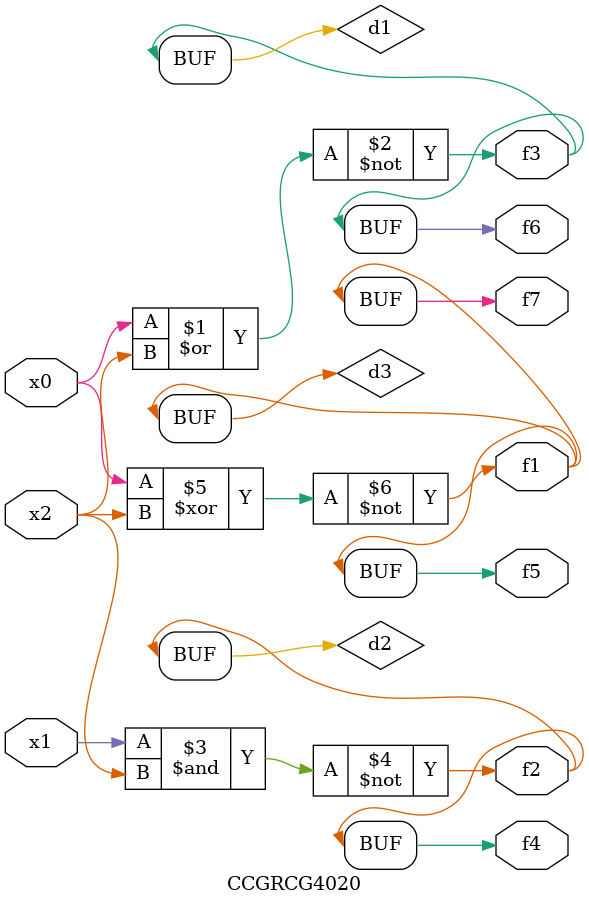
<source format=v>
module CCGRCG4020(
	input x0, x1, x2,
	output f1, f2, f3, f4, f5, f6, f7
);

	wire d1, d2, d3;

	nor (d1, x0, x2);
	nand (d2, x1, x2);
	xnor (d3, x0, x2);
	assign f1 = d3;
	assign f2 = d2;
	assign f3 = d1;
	assign f4 = d2;
	assign f5 = d3;
	assign f6 = d1;
	assign f7 = d3;
endmodule

</source>
